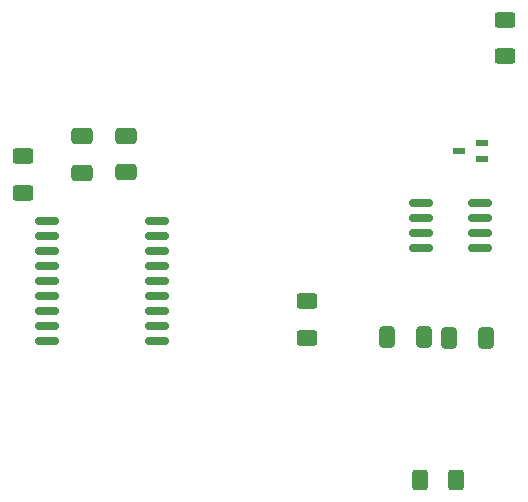
<source format=gbr>
%TF.GenerationSoftware,KiCad,Pcbnew,8.0.1-rc1*%
%TF.CreationDate,2024-04-11T19:34:16-07:00*%
%TF.ProjectId,Automotive Monitoring System CANBus Sensor,4175746f-6d6f-4746-9976-65204d6f6e69,rev?*%
%TF.SameCoordinates,Original*%
%TF.FileFunction,Paste,Bot*%
%TF.FilePolarity,Positive*%
%FSLAX46Y46*%
G04 Gerber Fmt 4.6, Leading zero omitted, Abs format (unit mm)*
G04 Created by KiCad (PCBNEW 8.0.1-rc1) date 2024-04-11 19:34:16*
%MOMM*%
%LPD*%
G01*
G04 APERTURE LIST*
G04 Aperture macros list*
%AMRoundRect*
0 Rectangle with rounded corners*
0 $1 Rounding radius*
0 $2 $3 $4 $5 $6 $7 $8 $9 X,Y pos of 4 corners*
0 Add a 4 corners polygon primitive as box body*
4,1,4,$2,$3,$4,$5,$6,$7,$8,$9,$2,$3,0*
0 Add four circle primitives for the rounded corners*
1,1,$1+$1,$2,$3*
1,1,$1+$1,$4,$5*
1,1,$1+$1,$6,$7*
1,1,$1+$1,$8,$9*
0 Add four rect primitives between the rounded corners*
20,1,$1+$1,$2,$3,$4,$5,0*
20,1,$1+$1,$4,$5,$6,$7,0*
20,1,$1+$1,$6,$7,$8,$9,0*
20,1,$1+$1,$8,$9,$2,$3,0*%
G04 Aperture macros list end*
%ADD10RoundRect,0.250000X-0.412500X-0.650000X0.412500X-0.650000X0.412500X0.650000X-0.412500X0.650000X0*%
%ADD11RoundRect,0.150000X0.875000X0.150000X-0.875000X0.150000X-0.875000X-0.150000X0.875000X-0.150000X0*%
%ADD12RoundRect,0.250000X0.400000X0.625000X-0.400000X0.625000X-0.400000X-0.625000X0.400000X-0.625000X0*%
%ADD13RoundRect,0.250000X-0.650000X0.412500X-0.650000X-0.412500X0.650000X-0.412500X0.650000X0.412500X0*%
%ADD14RoundRect,0.150000X0.825000X0.150000X-0.825000X0.150000X-0.825000X-0.150000X0.825000X-0.150000X0*%
%ADD15RoundRect,0.250000X0.625000X-0.400000X0.625000X0.400000X-0.625000X0.400000X-0.625000X-0.400000X0*%
%ADD16RoundRect,0.250000X-0.625000X0.400000X-0.625000X-0.400000X0.625000X-0.400000X0.625000X0.400000X0*%
%ADD17R,1.000000X0.550000*%
%ADD18RoundRect,0.250000X0.412500X0.650000X-0.412500X0.650000X-0.412500X-0.650000X0.412500X-0.650000X0*%
G04 APERTURE END LIST*
D10*
%TO.C,C2*%
X133194600Y-78621200D03*
X136319600Y-78621200D03*
%TD*%
D11*
%TO.C,U4*%
X113704600Y-68738400D03*
X113704600Y-70008400D03*
X113704600Y-71278400D03*
X113704600Y-72548400D03*
X113704600Y-73818400D03*
X113704600Y-75088400D03*
X113704600Y-76358400D03*
X113704600Y-77628400D03*
X113704600Y-78898400D03*
X104404600Y-78898400D03*
X104404600Y-77628400D03*
X104404600Y-76358400D03*
X104404600Y-75088400D03*
X104404600Y-73818400D03*
X104404600Y-72548400D03*
X104404600Y-71278400D03*
X104404600Y-70008400D03*
X104404600Y-68738400D03*
%TD*%
D12*
%TO.C,R1*%
X139093300Y-90662100D03*
X135993300Y-90662100D03*
%TD*%
D13*
%TO.C,C4*%
X107355700Y-61594400D03*
X107355700Y-64719400D03*
%TD*%
D14*
%TO.C,U3*%
X141050300Y-67195000D03*
X141050300Y-68465000D03*
X141050300Y-69735000D03*
X141050300Y-71005000D03*
X136100300Y-71005000D03*
X136100300Y-69735000D03*
X136100300Y-68465000D03*
X136100300Y-67195000D03*
%TD*%
D15*
%TO.C,R5*%
X102382900Y-66361600D03*
X102382900Y-63261600D03*
%TD*%
%TO.C,R3*%
X126459400Y-78656700D03*
X126459400Y-75556700D03*
%TD*%
D16*
%TO.C,R2*%
X143201100Y-51703000D03*
X143201100Y-54803000D03*
%TD*%
D13*
%TO.C,C5*%
X111102700Y-61520500D03*
X111102700Y-64645500D03*
%TD*%
D17*
%TO.C,D1*%
X141219800Y-62184400D03*
X141219800Y-63484400D03*
X139319800Y-62834400D03*
%TD*%
D18*
%TO.C,C6*%
X141577900Y-78631000D03*
X138452900Y-78631000D03*
%TD*%
M02*

</source>
